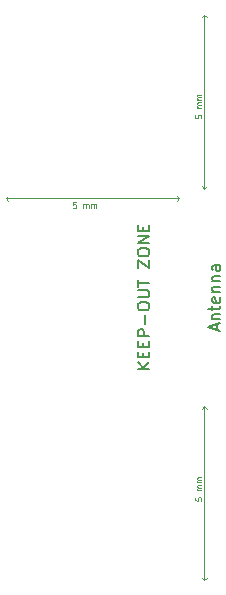
<source format=gbr>
%TF.GenerationSoftware,KiCad,Pcbnew,7.0.1*%
%TF.CreationDate,2023-06-20T23:21:37+02:00*%
%TF.ProjectId,airquality,61697271-7561-46c6-9974-792e6b696361,rev?*%
%TF.SameCoordinates,Original*%
%TF.FileFunction,Other,Comment*%
%FSLAX46Y46*%
G04 Gerber Fmt 4.6, Leading zero omitted, Abs format (unit mm)*
G04 Created by KiCad (PCBNEW 7.0.1) date 2023-06-20 23:21:37*
%MOMM*%
%LPD*%
G01*
G04 APERTURE LIST*
%ADD10C,0.100000*%
%ADD11C,0.150000*%
G04 APERTURE END LIST*
D10*
%TO.C,U1*%
X1601309Y102461905D02*
X1601309Y102223810D01*
X1601309Y102223810D02*
X1839404Y102200001D01*
X1839404Y102200001D02*
X1815595Y102223810D01*
X1815595Y102223810D02*
X1791785Y102271429D01*
X1791785Y102271429D02*
X1791785Y102390477D01*
X1791785Y102390477D02*
X1815595Y102438096D01*
X1815595Y102438096D02*
X1839404Y102461905D01*
X1839404Y102461905D02*
X1887023Y102485715D01*
X1887023Y102485715D02*
X2006071Y102485715D01*
X2006071Y102485715D02*
X2053690Y102461905D01*
X2053690Y102461905D02*
X2077500Y102438096D01*
X2077500Y102438096D02*
X2101309Y102390477D01*
X2101309Y102390477D02*
X2101309Y102271429D01*
X2101309Y102271429D02*
X2077500Y102223810D01*
X2077500Y102223810D02*
X2053690Y102200001D01*
X2101309Y103080952D02*
X1767976Y103080952D01*
X1815595Y103080952D02*
X1791785Y103104762D01*
X1791785Y103104762D02*
X1767976Y103152381D01*
X1767976Y103152381D02*
X1767976Y103223809D01*
X1767976Y103223809D02*
X1791785Y103271428D01*
X1791785Y103271428D02*
X1839404Y103295238D01*
X1839404Y103295238D02*
X2101309Y103295238D01*
X1839404Y103295238D02*
X1791785Y103319047D01*
X1791785Y103319047D02*
X1767976Y103366666D01*
X1767976Y103366666D02*
X1767976Y103438095D01*
X1767976Y103438095D02*
X1791785Y103485714D01*
X1791785Y103485714D02*
X1839404Y103509524D01*
X1839404Y103509524D02*
X2101309Y103509524D01*
X2101309Y103747619D02*
X1767976Y103747619D01*
X1815595Y103747619D02*
X1791785Y103771429D01*
X1791785Y103771429D02*
X1767976Y103819048D01*
X1767976Y103819048D02*
X1767976Y103890476D01*
X1767976Y103890476D02*
X1791785Y103938095D01*
X1791785Y103938095D02*
X1839404Y103961905D01*
X1839404Y103961905D02*
X2101309Y103961905D01*
X1839404Y103961905D02*
X1791785Y103985714D01*
X1791785Y103985714D02*
X1767976Y104033333D01*
X1767976Y104033333D02*
X1767976Y104104762D01*
X1767976Y104104762D02*
X1791785Y104152381D01*
X1791785Y104152381D02*
X1839404Y104176191D01*
X1839404Y104176191D02*
X2101309Y104176191D01*
X-8493096Y95068691D02*
X-8731191Y95068691D01*
X-8731191Y95068691D02*
X-8755000Y94830596D01*
X-8755000Y94830596D02*
X-8731191Y94854405D01*
X-8731191Y94854405D02*
X-8683572Y94878215D01*
X-8683572Y94878215D02*
X-8564524Y94878215D01*
X-8564524Y94878215D02*
X-8516905Y94854405D01*
X-8516905Y94854405D02*
X-8493096Y94830596D01*
X-8493096Y94830596D02*
X-8469286Y94782977D01*
X-8469286Y94782977D02*
X-8469286Y94663929D01*
X-8469286Y94663929D02*
X-8493096Y94616310D01*
X-8493096Y94616310D02*
X-8516905Y94592500D01*
X-8516905Y94592500D02*
X-8564524Y94568691D01*
X-8564524Y94568691D02*
X-8683572Y94568691D01*
X-8683572Y94568691D02*
X-8731191Y94592500D01*
X-8731191Y94592500D02*
X-8755000Y94616310D01*
X-7874049Y94568691D02*
X-7874049Y94902024D01*
X-7874049Y94854405D02*
X-7850239Y94878215D01*
X-7850239Y94878215D02*
X-7802620Y94902024D01*
X-7802620Y94902024D02*
X-7731192Y94902024D01*
X-7731192Y94902024D02*
X-7683573Y94878215D01*
X-7683573Y94878215D02*
X-7659763Y94830596D01*
X-7659763Y94830596D02*
X-7659763Y94568691D01*
X-7659763Y94830596D02*
X-7635954Y94878215D01*
X-7635954Y94878215D02*
X-7588335Y94902024D01*
X-7588335Y94902024D02*
X-7516906Y94902024D01*
X-7516906Y94902024D02*
X-7469287Y94878215D01*
X-7469287Y94878215D02*
X-7445477Y94830596D01*
X-7445477Y94830596D02*
X-7445477Y94568691D01*
X-7207382Y94568691D02*
X-7207382Y94902024D01*
X-7207382Y94854405D02*
X-7183572Y94878215D01*
X-7183572Y94878215D02*
X-7135953Y94902024D01*
X-7135953Y94902024D02*
X-7064525Y94902024D01*
X-7064525Y94902024D02*
X-7016906Y94878215D01*
X-7016906Y94878215D02*
X-6993096Y94830596D01*
X-6993096Y94830596D02*
X-6993096Y94568691D01*
X-6993096Y94830596D02*
X-6969287Y94878215D01*
X-6969287Y94878215D02*
X-6921668Y94902024D01*
X-6921668Y94902024D02*
X-6850239Y94902024D01*
X-6850239Y94902024D02*
X-6802620Y94878215D01*
X-6802620Y94878215D02*
X-6778810Y94830596D01*
X-6778810Y94830596D02*
X-6778810Y94568691D01*
X1601309Y70061905D02*
X1601309Y69823810D01*
X1601309Y69823810D02*
X1839404Y69800001D01*
X1839404Y69800001D02*
X1815595Y69823810D01*
X1815595Y69823810D02*
X1791785Y69871429D01*
X1791785Y69871429D02*
X1791785Y69990477D01*
X1791785Y69990477D02*
X1815595Y70038096D01*
X1815595Y70038096D02*
X1839404Y70061905D01*
X1839404Y70061905D02*
X1887023Y70085715D01*
X1887023Y70085715D02*
X2006071Y70085715D01*
X2006071Y70085715D02*
X2053690Y70061905D01*
X2053690Y70061905D02*
X2077500Y70038096D01*
X2077500Y70038096D02*
X2101309Y69990477D01*
X2101309Y69990477D02*
X2101309Y69871429D01*
X2101309Y69871429D02*
X2077500Y69823810D01*
X2077500Y69823810D02*
X2053690Y69800001D01*
X2101309Y70680952D02*
X1767976Y70680952D01*
X1815595Y70680952D02*
X1791785Y70704762D01*
X1791785Y70704762D02*
X1767976Y70752381D01*
X1767976Y70752381D02*
X1767976Y70823809D01*
X1767976Y70823809D02*
X1791785Y70871428D01*
X1791785Y70871428D02*
X1839404Y70895238D01*
X1839404Y70895238D02*
X2101309Y70895238D01*
X1839404Y70895238D02*
X1791785Y70919047D01*
X1791785Y70919047D02*
X1767976Y70966666D01*
X1767976Y70966666D02*
X1767976Y71038095D01*
X1767976Y71038095D02*
X1791785Y71085714D01*
X1791785Y71085714D02*
X1839404Y71109524D01*
X1839404Y71109524D02*
X2101309Y71109524D01*
X2101309Y71347619D02*
X1767976Y71347619D01*
X1815595Y71347619D02*
X1791785Y71371429D01*
X1791785Y71371429D02*
X1767976Y71419048D01*
X1767976Y71419048D02*
X1767976Y71490476D01*
X1767976Y71490476D02*
X1791785Y71538095D01*
X1791785Y71538095D02*
X1839404Y71561905D01*
X1839404Y71561905D02*
X2101309Y71561905D01*
X1839404Y71561905D02*
X1791785Y71585714D01*
X1791785Y71585714D02*
X1767976Y71633333D01*
X1767976Y71633333D02*
X1767976Y71704762D01*
X1767976Y71704762D02*
X1791785Y71752381D01*
X1791785Y71752381D02*
X1839404Y71776191D01*
X1839404Y71776191D02*
X2101309Y71776191D01*
D11*
X3421904Y84238096D02*
X3421904Y84714286D01*
X3707619Y84142858D02*
X2707619Y84476191D01*
X2707619Y84476191D02*
X3707619Y84809524D01*
X3040952Y85142858D02*
X3707619Y85142858D01*
X3136190Y85142858D02*
X3088571Y85190477D01*
X3088571Y85190477D02*
X3040952Y85285715D01*
X3040952Y85285715D02*
X3040952Y85428572D01*
X3040952Y85428572D02*
X3088571Y85523810D01*
X3088571Y85523810D02*
X3183809Y85571429D01*
X3183809Y85571429D02*
X3707619Y85571429D01*
X3040952Y85904763D02*
X3040952Y86285715D01*
X2707619Y86047620D02*
X3564761Y86047620D01*
X3564761Y86047620D02*
X3660000Y86095239D01*
X3660000Y86095239D02*
X3707619Y86190477D01*
X3707619Y86190477D02*
X3707619Y86285715D01*
X3660000Y87000001D02*
X3707619Y86904763D01*
X3707619Y86904763D02*
X3707619Y86714287D01*
X3707619Y86714287D02*
X3660000Y86619049D01*
X3660000Y86619049D02*
X3564761Y86571430D01*
X3564761Y86571430D02*
X3183809Y86571430D01*
X3183809Y86571430D02*
X3088571Y86619049D01*
X3088571Y86619049D02*
X3040952Y86714287D01*
X3040952Y86714287D02*
X3040952Y86904763D01*
X3040952Y86904763D02*
X3088571Y87000001D01*
X3088571Y87000001D02*
X3183809Y87047620D01*
X3183809Y87047620D02*
X3279047Y87047620D01*
X3279047Y87047620D02*
X3374285Y86571430D01*
X3040952Y87476192D02*
X3707619Y87476192D01*
X3136190Y87476192D02*
X3088571Y87523811D01*
X3088571Y87523811D02*
X3040952Y87619049D01*
X3040952Y87619049D02*
X3040952Y87761906D01*
X3040952Y87761906D02*
X3088571Y87857144D01*
X3088571Y87857144D02*
X3183809Y87904763D01*
X3183809Y87904763D02*
X3707619Y87904763D01*
X3040952Y88380954D02*
X3707619Y88380954D01*
X3136190Y88380954D02*
X3088571Y88428573D01*
X3088571Y88428573D02*
X3040952Y88523811D01*
X3040952Y88523811D02*
X3040952Y88666668D01*
X3040952Y88666668D02*
X3088571Y88761906D01*
X3088571Y88761906D02*
X3183809Y88809525D01*
X3183809Y88809525D02*
X3707619Y88809525D01*
X3707619Y89714287D02*
X3183809Y89714287D01*
X3183809Y89714287D02*
X3088571Y89666668D01*
X3088571Y89666668D02*
X3040952Y89571430D01*
X3040952Y89571430D02*
X3040952Y89380954D01*
X3040952Y89380954D02*
X3088571Y89285716D01*
X3660000Y89714287D02*
X3707619Y89619049D01*
X3707619Y89619049D02*
X3707619Y89380954D01*
X3707619Y89380954D02*
X3660000Y89285716D01*
X3660000Y89285716D02*
X3564761Y89238097D01*
X3564761Y89238097D02*
X3469523Y89238097D01*
X3469523Y89238097D02*
X3374285Y89285716D01*
X3374285Y89285716D02*
X3326666Y89380954D01*
X3326666Y89380954D02*
X3326666Y89619049D01*
X3326666Y89619049D02*
X3279047Y89714287D01*
X-2292381Y80928572D02*
X-3292381Y80928572D01*
X-2292381Y81500000D02*
X-2863810Y81071429D01*
X-3292381Y81500000D02*
X-2720953Y80928572D01*
X-2816191Y81928572D02*
X-2816191Y82261905D01*
X-2292381Y82404762D02*
X-2292381Y81928572D01*
X-2292381Y81928572D02*
X-3292381Y81928572D01*
X-3292381Y81928572D02*
X-3292381Y82404762D01*
X-2816191Y82833334D02*
X-2816191Y83166667D01*
X-2292381Y83309524D02*
X-2292381Y82833334D01*
X-2292381Y82833334D02*
X-3292381Y82833334D01*
X-3292381Y82833334D02*
X-3292381Y83309524D01*
X-2292381Y83738096D02*
X-3292381Y83738096D01*
X-3292381Y83738096D02*
X-3292381Y84119048D01*
X-3292381Y84119048D02*
X-3244762Y84214286D01*
X-3244762Y84214286D02*
X-3197143Y84261905D01*
X-3197143Y84261905D02*
X-3101905Y84309524D01*
X-3101905Y84309524D02*
X-2959048Y84309524D01*
X-2959048Y84309524D02*
X-2863810Y84261905D01*
X-2863810Y84261905D02*
X-2816191Y84214286D01*
X-2816191Y84214286D02*
X-2768572Y84119048D01*
X-2768572Y84119048D02*
X-2768572Y83738096D01*
X-2673334Y84738096D02*
X-2673334Y85500000D01*
X-3292381Y86166667D02*
X-3292381Y86357143D01*
X-3292381Y86357143D02*
X-3244762Y86452381D01*
X-3244762Y86452381D02*
X-3149524Y86547619D01*
X-3149524Y86547619D02*
X-2959048Y86595238D01*
X-2959048Y86595238D02*
X-2625715Y86595238D01*
X-2625715Y86595238D02*
X-2435239Y86547619D01*
X-2435239Y86547619D02*
X-2340000Y86452381D01*
X-2340000Y86452381D02*
X-2292381Y86357143D01*
X-2292381Y86357143D02*
X-2292381Y86166667D01*
X-2292381Y86166667D02*
X-2340000Y86071429D01*
X-2340000Y86071429D02*
X-2435239Y85976191D01*
X-2435239Y85976191D02*
X-2625715Y85928572D01*
X-2625715Y85928572D02*
X-2959048Y85928572D01*
X-2959048Y85928572D02*
X-3149524Y85976191D01*
X-3149524Y85976191D02*
X-3244762Y86071429D01*
X-3244762Y86071429D02*
X-3292381Y86166667D01*
X-3292381Y87023810D02*
X-2482858Y87023810D01*
X-2482858Y87023810D02*
X-2387620Y87071429D01*
X-2387620Y87071429D02*
X-2340000Y87119048D01*
X-2340000Y87119048D02*
X-2292381Y87214286D01*
X-2292381Y87214286D02*
X-2292381Y87404762D01*
X-2292381Y87404762D02*
X-2340000Y87500000D01*
X-2340000Y87500000D02*
X-2387620Y87547619D01*
X-2387620Y87547619D02*
X-2482858Y87595238D01*
X-2482858Y87595238D02*
X-3292381Y87595238D01*
X-3292381Y87928572D02*
X-3292381Y88500000D01*
X-2292381Y88214286D02*
X-3292381Y88214286D01*
X-3292381Y89500001D02*
X-3292381Y90166667D01*
X-3292381Y90166667D02*
X-2292381Y89500001D01*
X-2292381Y89500001D02*
X-2292381Y90166667D01*
X-3292381Y90738096D02*
X-3292381Y90928572D01*
X-3292381Y90928572D02*
X-3244762Y91023810D01*
X-3244762Y91023810D02*
X-3149524Y91119048D01*
X-3149524Y91119048D02*
X-2959048Y91166667D01*
X-2959048Y91166667D02*
X-2625715Y91166667D01*
X-2625715Y91166667D02*
X-2435239Y91119048D01*
X-2435239Y91119048D02*
X-2340000Y91023810D01*
X-2340000Y91023810D02*
X-2292381Y90928572D01*
X-2292381Y90928572D02*
X-2292381Y90738096D01*
X-2292381Y90738096D02*
X-2340000Y90642858D01*
X-2340000Y90642858D02*
X-2435239Y90547620D01*
X-2435239Y90547620D02*
X-2625715Y90500001D01*
X-2625715Y90500001D02*
X-2959048Y90500001D01*
X-2959048Y90500001D02*
X-3149524Y90547620D01*
X-3149524Y90547620D02*
X-3244762Y90642858D01*
X-3244762Y90642858D02*
X-3292381Y90738096D01*
X-2292381Y91595239D02*
X-3292381Y91595239D01*
X-3292381Y91595239D02*
X-2292381Y92166667D01*
X-2292381Y92166667D02*
X-3292381Y92166667D01*
X-2816191Y92642858D02*
X-2816191Y92976191D01*
X-2292381Y93119048D02*
X-2292381Y92642858D01*
X-2292381Y92642858D02*
X-3292381Y92642858D01*
X-3292381Y92642858D02*
X-3292381Y93119048D01*
D10*
X2370000Y63060000D02*
X2170000Y63260000D01*
X2370000Y63060000D02*
X2570000Y63260000D01*
X2370000Y63060000D02*
X2370000Y77800000D01*
X2370000Y77800000D02*
X2170000Y77600000D01*
X2370000Y77800000D02*
X2570000Y77600000D01*
X-14435000Y95400000D02*
X-14235000Y95200000D01*
X-14435000Y95400000D02*
X-14235000Y95600000D01*
X245000Y95400000D02*
X45000Y95200000D01*
X245000Y95400000D02*
X-14435000Y95400000D01*
X245000Y95400000D02*
X45000Y95600000D01*
X2370000Y96200000D02*
X2170000Y96400000D01*
X2370000Y96200000D02*
X2570000Y96400000D01*
X2370000Y96200000D02*
X2370000Y110940000D01*
X2370000Y110940000D02*
X2170000Y110740000D01*
X2370000Y110940000D02*
X2570000Y110740000D01*
%TD*%
M02*

</source>
